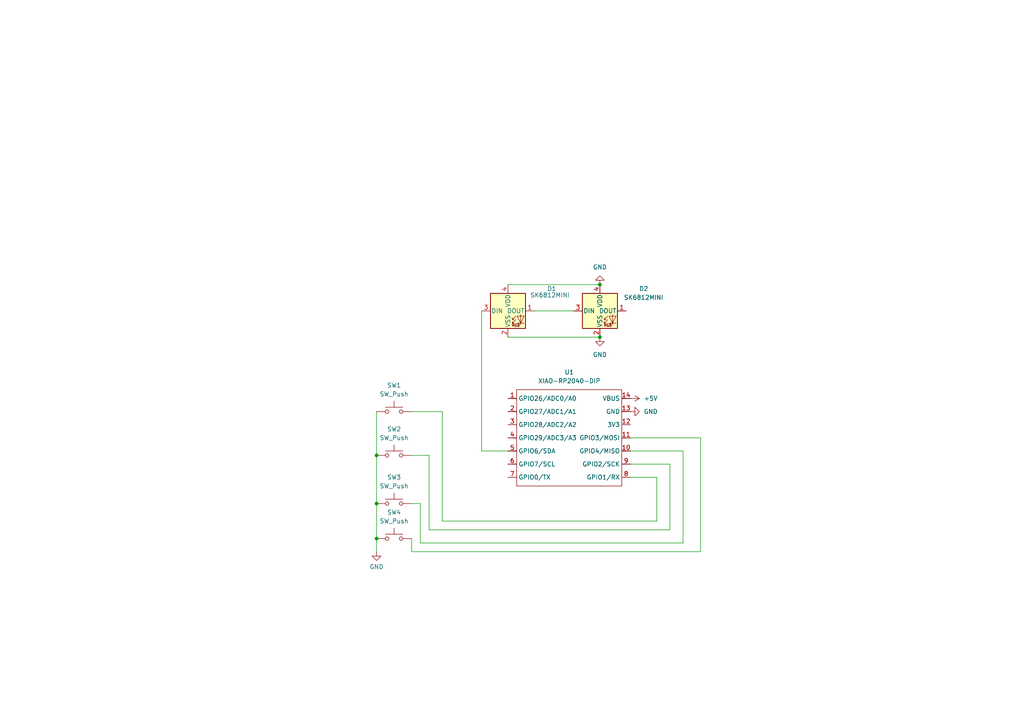
<source format=kicad_sch>
(kicad_sch (version 20250114) (generator "eeschema") (generator_version "9.0")
  (paper "A4")
  (lib_symbols
    (symbol "LED:SK6812MINI" (pin_names (offset 0.254))
      (property "Reference" "D" (at 5.08 5.715 0))
      (property "Value" "SK6812MINI" (at 1.27 -5.715 0))
      (symbol "SK6812MINI_0_0"
        (text "RGB" (at 2.286 -4.191 0) (effects (font (size 0.762 0.762))))
      )
      (symbol "SK6812MINI_0_1"
        (polyline (pts (xy 1.27 -2.54) (xy 1.778 -2.54)))
        (polyline (pts (xy 1.27 -3.556) (xy 1.778 -3.556)))
        (polyline (pts (xy 2.286 -1.524) (xy 1.27 -2.54) (xy 1.27 -2.032)))
        (polyline (pts (xy 2.286 -2.54) (xy 1.27 -3.556) (xy 1.27 -3.048)))
        (polyline (pts (xy 3.683 -1.016) (xy 3.683 -3.556) (xy 3.683 -4.064)))
        (polyline (pts (xy 4.699 -1.524) (xy 2.667 -1.524) (xy 3.683 -3.556) (xy 4.699 -1.524)))
        (polyline (pts (xy 4.699 -3.556) (xy 2.667 -3.556)))
        (rectangle (start 5.08 5.08) (end -5.08 -5.08) (stroke (width 0.254)) (fill (type background)))
      )
      (symbol "SK6812MINI_1_1"
        (pin input line (at -7.62 0 0) (length 2.54) (name "DIN") (number "3"))
        (pin power_in line (at 0 7.62 270) (length 2.54) (name "VDD") (number "4"))
        (pin power_in line (at 0 -7.62 90) (length 2.54) (name "VSS") (number "2"))
        (pin output line (at 7.62 0 180) (length 2.54) (name "DOUT") (number "1"))
      )
    )
    (symbol "Switch:SW_Push" (pin_numbers (hide yes)) (pin_names (offset 1.016) (hide yes))
      (property "Reference" "SW" (at 1.27 2.54 0))
      (property "Value" "SW_Push" (at 0 -1.524 0))
      (symbol "SW_Push_0_1"
        (circle (center -2.032 0) (radius 0.508))
        (polyline (pts (xy 0 1.27) (xy 0 3.048)))
        (circle (center 2.032 0) (radius 0.508))
        (polyline (pts (xy 2.54 1.27) (xy -2.54 1.27)))
        (pin passive line (at -5.08 0 0) (length 2.54) (name "1") (number "1"))
        (pin passive line (at 5.08 0 180) (length 2.54) (name "2") (number "2"))
      )
    )
    (symbol "hackpad:XIAO-RP2040-DIP"
      (property "Reference" "U" (at 0 0 0))
      (property "Value" "XIAO-RP2040-DIP" (at 5.334 -1.778 0))
      (symbol "XIAO-RP2040-DIP_1_0"
        (polyline (pts (xy -1.27 -2.54) (xy 29.21 -2.54)) (stroke (width 0.1524)))
        (polyline (pts (xy -1.27 -5.08) (xy -2.54 -5.08)) (stroke (width 0.1524)))
        (polyline (pts (xy -1.27 -5.08) (xy -1.27 -2.54)) (stroke (width 0.1524)))
        (polyline (pts (xy -1.27 -8.89) (xy -2.54 -8.89)) (stroke (width 0.1524)))
        (polyline (pts (xy -1.27 -8.89) (xy -1.27 -5.08)) (stroke (width 0.1524)))
        (polyline (pts (xy -1.27 -12.7) (xy -2.54 -12.7)) (stroke (width 0.1524)))
        (polyline (pts (xy -1.27 -12.7) (xy -1.27 -8.89)) (stroke (width 0.1524)))
        (polyline (pts (xy -1.27 -16.51) (xy -2.54 -16.51)) (stroke (width 0.1524)))
        (polyline (pts (xy -1.27 -16.51) (xy -1.27 -12.7)) (stroke (width 0.1524)))
        (polyline (pts (xy -1.27 -20.32) (xy -2.54 -20.32)) (stroke (width 0.1524)))
        (polyline (pts (xy -1.27 -24.13) (xy -2.54 -24.13)) (stroke (width 0.1524)))
        (polyline (pts (xy -1.27 -27.94) (xy -2.54 -27.94)) (stroke (width 0.1524)))
        (polyline (pts (xy -1.27 -30.48) (xy -1.27 -16.51)) (stroke (width 0.1524)))
        (polyline (pts (xy 29.21 -2.54) (xy 29.21 -5.08)) (stroke (width 0.1524)))
        (polyline (pts (xy 29.21 -5.08) (xy 29.21 -8.89)) (stroke (width 0.1524)))
        (polyline (pts (xy 29.21 -8.89) (xy 29.21 -12.7)) (stroke (width 0.1524)))
        (polyline (pts (xy 29.21 -12.7) (xy 29.21 -30.48)) (stroke (width 0.1524)))
        (polyline (pts (xy 29.21 -30.48) (xy -1.27 -30.48)) (stroke (width 0.1524)))
        (polyline (pts (xy 30.48 -5.08) (xy 29.21 -5.08)) (stroke (width 0.1524)))
        (polyline (pts (xy 30.48 -8.89) (xy 29.21 -8.89)) (stroke (width 0.1524)))
        (polyline (pts (xy 30.48 -12.7) (xy 29.21 -12.7)) (stroke (width 0.1524)))
        (polyline (pts (xy 30.48 -16.51) (xy 29.21 -16.51)) (stroke (width 0.1524)))
        (polyline (pts (xy 30.48 -20.32) (xy 29.21 -20.32)) (stroke (width 0.1524)))
        (polyline (pts (xy 30.48 -24.13) (xy 29.21 -24.13)) (stroke (width 0.1524)))
        (polyline (pts (xy 30.48 -27.94) (xy 29.21 -27.94)) (stroke (width 0.1524)))
        (pin passive line (at -3.81 -5.08 0) (length 2.54) (name "GPIO26/ADC0/A0") (number "1"))
        (pin passive line (at -3.81 -8.89 0) (length 2.54) (name "GPIO27/ADC1/A1") (number "2"))
        (pin passive line (at -3.81 -12.7 0) (length 2.54) (name "GPIO28/ADC2/A2") (number "3"))
        (pin passive line (at -3.81 -16.51 0) (length 2.54) (name "GPIO29/ADC3/A3") (number "4"))
        (pin passive line (at -3.81 -20.32 0) (length 2.54) (name "GPIO6/SDA") (number "5"))
        (pin passive line (at -3.81 -24.13 0) (length 2.54) (name "GPIO7/SCL") (number "6"))
        (pin passive line (at -3.81 -27.94 0) (length 2.54) (name "GPIO0/TX") (number "7"))
        (pin passive line (at 31.75 -5.08 180) (length 2.54) (name "VBUS") (number "14"))
        (pin passive line (at 31.75 -8.89 180) (length 2.54) (name "GND") (number "13"))
        (pin passive line (at 31.75 -12.7 180) (length 2.54) (name "3V3") (number "12"))
        (pin passive line (at 31.75 -16.51 180) (length 2.54) (name "GPIO3/MOSI") (number "11"))
        (pin passive line (at 31.75 -20.32 180) (length 2.54) (name "GPIO4/MISO") (number "10"))
        (pin passive line (at 31.75 -24.13 180) (length 2.54) (name "GPIO2/SCK") (number "9"))
        (pin passive line (at 31.75 -27.94 180) (length 2.54) (name "GPIO1/RX") (number "8"))
      )
    )
    (symbol "power:+5V" (power) (pin_numbers (hide yes)) (pin_names (offset 0) (hide yes))
      (property "Value" "+5V" (at 0 3.556 0))
      (symbol "+5V_0_1"
        (polyline (pts (xy -0.762 1.27) (xy 0 2.54)))
        (polyline (pts (xy 0 2.54) (xy 0.762 1.27)))
        (polyline (pts (xy 0 0) (xy 0 2.54)))
      )
      (symbol "+5V_1_1"
        (pin power_in line (at 0 0 90) (length 0) (name "~") (number "1"))
      )
    )
    (symbol "power:GND" (power) (pin_numbers (hide yes)) (pin_names (offset 0) (hide yes))
      (property "Value" "GND" (at 0 -3.81 0))
      (symbol "GND_0_1"
        (polyline (pts (xy 0 0) (xy 0 -1.27) (xy 1.27 -1.27) (xy 0 -2.54) (xy -1.27 -1.27) (xy 0 -1.27)))
      )
      (symbol "GND_1_1"
        (pin power_in line (at 0 0 270) (length 0) (name "~") (number "1"))
      )
    )
  )
  (junction (at 109.22 156.21))
  (junction (at 109.22 146.05))
  (junction (at 109.22 132.08))
  (junction (at 173.99 82.55))
  (junction (at 173.99 97.79))
  (wire (pts (xy 119.38 119.38) (xy 128.27 119.38)))
  (wire (pts (xy 182.88 127) (xy 203.2 127)))
  (wire (pts (xy 194.31 153.67) (xy 124.46 153.67)))
  (wire (pts (xy 119.38 156.21) (xy 119.38 160.02)))
  (wire (pts (xy 203.2 127) (xy 203.2 160.02)))
  (wire (pts (xy 190.5 138.43) (xy 190.5 151.13)))
  (wire (pts (xy 128.27 151.13) (xy 128.27 119.38)))
  (wire (pts (xy 203.2 160.02) (xy 119.38 160.02)))
  (wire (pts (xy 147.32 97.79) (xy 173.99 97.79)))
  (wire (pts (xy 190.5 151.13) (xy 128.27 151.13)))
  (wire (pts (xy 109.22 146.05) (xy 109.22 156.21)))
  (wire (pts (xy 109.22 156.21) (xy 109.22 160.02)))
  (wire (pts (xy 198.12 157.48) (xy 121.92 157.48)))
  (wire (pts (xy 139.7 130.81) (xy 147.32 130.81)))
  (wire (pts (xy 147.32 82.55) (xy 173.99 82.55)))
  (wire (pts (xy 119.38 132.08) (xy 124.46 132.08)))
  (wire (pts (xy 182.88 138.43) (xy 190.5 138.43)))
  (wire (pts (xy 194.31 134.62) (xy 194.31 153.67)))
  (wire (pts (xy 182.88 130.81) (xy 198.12 130.81)))
  (wire (pts (xy 124.46 153.67) (xy 124.46 132.08)))
  (wire (pts (xy 119.38 146.05) (xy 121.92 146.05)))
  (wire (pts (xy 166.37 90.17) (xy 154.94 90.17)))
  (wire (pts (xy 198.12 130.81) (xy 198.12 157.48)))
  (wire (pts (xy 121.92 157.48) (xy 121.92 146.05)))
  (wire (pts (xy 109.22 119.38) (xy 109.22 132.08)))
  (wire (pts (xy 182.88 134.62) (xy 194.31 134.62)))
  (wire (pts (xy 139.7 90.17) (xy 139.7 130.81)))
  (wire (pts (xy 109.22 132.08) (xy 109.22 146.05)))
  (symbol (lib_id "Switch:SW_Push") (at 114.3 132.08 0) (unit 1)
    (property "Reference" "SW2" (at 114.3 124.46 0))
    (property "Value" "SW_Push" (at 114.3 127 0))
    (property "Footprint" "Button_Switch_Keyboard:SW_Cherry_MX_1.00u_PCB" (effects (hide yes)))
    (property "Description" "Push button switch, generic, two pins" (effects (hide yes)))
  )
  (symbol (lib_id "LED:SK6812MINI") (at 173.99 90.17 0) (unit 1)
    (property "Reference" "D2" (at 186.69 83.7498 0))
    (property "Value" "SK6812MINI" (at 186.69 86.2898 0))
    (property "Footprint" "LED_SMD:LED_SK6812MINI_PLCC4_3.5x3.5mm_P1.75mm" (effects (hide yes)))
    (property "Datasheet" "https://cdn-shop.adafruit.com/product-files/2686/SK6812MINI_REV.01-1-2.pdf" (effects (hide yes)))
    (property "Description" "RGB LED with integrated controller" (effects (hide yes)))
  )
  (symbol (lib_id "Switch:SW_Push") (at 114.3 146.05 0) (unit 1)
    (property "Reference" "SW3" (at 114.3 138.43 0))
    (property "Value" "SW_Push" (at 114.3 140.97 0))
    (property "Footprint" "Button_Switch_Keyboard:SW_Cherry_MX_1.00u_PCB" (effects (hide yes)))
    (property "Description" "Push button switch, generic, two pins" (effects (hide yes)))
  )
  (symbol (lib_id "LED:SK6812MINI") (at 147.32 90.17 0) (unit 1)
    (property "Reference" "D1" (at 160.02 83.7498 0))
    (property "Value" "SK6812MINI" (at 159.512 85.598 0))
    (property "Footprint" "LED_SMD:LED_SK6812MINI_PLCC4_3.5x3.5mm_P1.75mm" (effects (hide yes)))
    (property "Datasheet" "https://cdn-shop.adafruit.com/product-files/2686/SK6812MINI_REV.01-1-2.pdf" (effects (hide yes)))
    (property "Description" "RGB LED with integrated controller" (effects (hide yes)))
  )
  (symbol (lib_id "power:GND") (at 182.88 119.38 90) (unit 1)
    (property "Reference" "#PWR04" (effects (hide yes)))
    (property "Value" "GND" (at 186.69 119.3799 90) (effects (justify right)))
    (property "Description" "Power symbol creates a global label with name \"GND\" , ground" (effects (hide yes)))
  )
  (symbol (lib_id "Switch:SW_Push") (at 114.3 119.38 0) (unit 1)
    (property "Reference" "SW1" (at 114.3 111.76 0))
    (property "Value" "SW_Push" (at 114.3 114.3 0))
    (property "Footprint" "Button_Switch_Keyboard:SW_Cherry_MX_1.00u_PCB" (effects (hide yes)))
    (property "Description" "Push button switch, generic, two pins" (effects (hide yes)))
  )
  (symbol (lib_id "power:GND") (at 109.22 160.02 0) (unit 1)
    (property "Reference" "#PWR03" (effects (hide yes)))
    (property "Value" "GND" (at 109.22 164.3964 0))
    (property "Description" "Power symbol creates a global label with name \"GND\" , ground" (effects (hide yes)))
  )
  (symbol (lib_id "Switch:SW_Push") (at 114.3 156.21 0) (unit 1)
    (property "Reference" "SW4" (at 114.3 148.59 0))
    (property "Value" "SW_Push" (at 114.3 151.13 0))
    (property "Footprint" "Button_Switch_Keyboard:SW_Cherry_MX_1.00u_PCB" (effects (hide yes)))
    (property "Description" "Push button switch, generic, two pins" (effects (hide yes)))
  )
  (symbol (lib_id "power:GND") (at 173.99 97.79 0) (unit 1)
    (property "Reference" "#PWR02" (effects (hide yes)))
    (property "Value" "GND" (at 173.99 102.87 0))
    (property "Description" "Power symbol creates a global label with name \"GND\" , ground" (effects (hide yes)))
  )
  (symbol (lib_id "hackpad:XIAO-RP2040-DIP") (at 151.13 110.49 0) (unit 1)
    (property "Reference" "U1" (at 165.1 107.95 0))
    (property "Value" "XIAO-RP2040-DIP" (at 165.1 110.49 0))
    (property "Footprint" "hackpad:XIAO-RP2040-DIP" (effects (hide yes)))
  )
  (symbol (lib_id "power:+5V") (at 182.88 115.57 270) (unit 1)
    (property "Reference" "#PWR05" (effects (hide yes)))
    (property "Value" "+5V" (at 186.69 115.5699 90) (effects (justify left)))
    (property "Description" "Power symbol creates a global label with name \"+5V\"" (effects (hide yes)))
  )
  (symbol (lib_id "power:GND") (at 173.99 82.55 180) (unit 1)
    (property "Reference" "#PWR01" (effects (hide yes)))
    (property "Value" "GND" (at 173.99 77.47 0))
    (property "Description" "Power symbol creates a global label with name \"GND\" , ground" (effects (hide yes)))
  )
)
</source>
